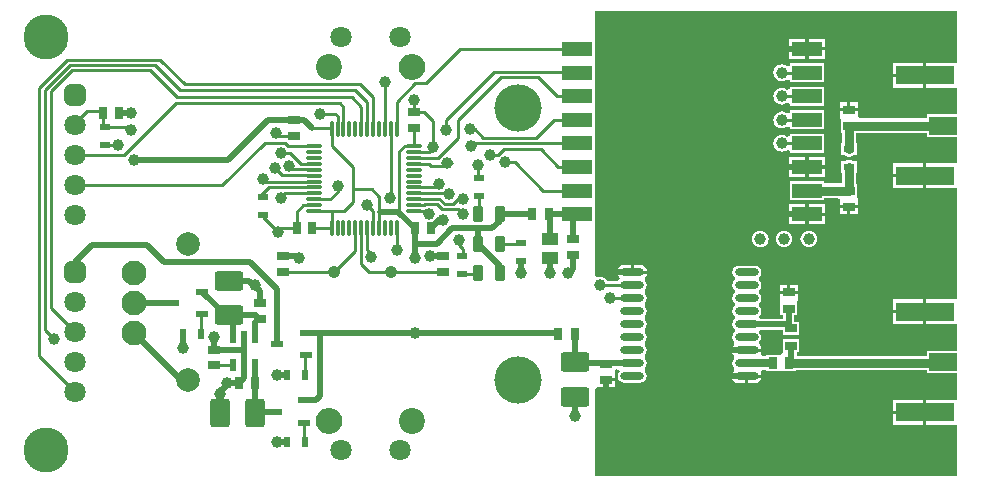
<source format=gtl>
G04*
G04 #@! TF.GenerationSoftware,Altium Limited,Altium Designer,18.1.1 (9)*
G04*
G04 Layer_Physical_Order=1*
G04 Layer_Color=255*
%FSLAX42Y42*%
%MOMM*%
G71*
G01*
G75*
%ADD37C,4.00*%
G04:AMPARAMS|DCode=38|XSize=1.66mm|YSize=2.42mm|CornerRadius=0.25mm|HoleSize=0mm|Usage=FLASHONLY|Rotation=270.000|XOffset=0mm|YOffset=0mm|HoleType=Round|Shape=RoundedRectangle|*
%AMROUNDEDRECTD38*
21,1,1.66,1.92,0,0,270.0*
21,1,1.16,2.42,0,0,270.0*
1,1,0.50,-0.96,-0.58*
1,1,0.50,-0.96,0.58*
1,1,0.50,0.96,0.58*
1,1,0.50,0.96,-0.58*
%
%ADD38ROUNDEDRECTD38*%
G04:AMPARAMS|DCode=39|XSize=1.66mm|YSize=2.42mm|CornerRadius=0.25mm|HoleSize=0mm|Usage=FLASHONLY|Rotation=0.000|XOffset=0mm|YOffset=0mm|HoleType=Round|Shape=RoundedRectangle|*
%AMROUNDEDRECTD39*
21,1,1.66,1.92,0,0,0.0*
21,1,1.16,2.42,0,0,0.0*
1,1,0.50,0.58,-0.96*
1,1,0.50,-0.58,-0.96*
1,1,0.50,-0.58,0.96*
1,1,0.50,0.58,0.96*
%
%ADD39ROUNDEDRECTD39*%
%ADD40R,1.00X0.80*%
%ADD41R,0.80X1.00*%
%ADD42R,1.02X0.74*%
%ADD43O,1.45X0.30*%
%ADD44O,0.30X1.45*%
%ADD45R,0.95X0.60*%
%ADD46R,0.60X1.00*%
%ADD47R,1.00X0.60*%
%ADD48R,0.60X0.95*%
%ADD49R,0.74X1.02*%
%ADD50R,4.90X1.60*%
%ADD51R,2.35X1.50*%
%ADD52R,1.45X1.00*%
G04:AMPARAMS|DCode=53|XSize=0.86mm|YSize=1.35mm|CornerRadius=0.22mm|HoleSize=0mm|Usage=FLASHONLY|Rotation=0.000|XOffset=0mm|YOffset=0mm|HoleType=Round|Shape=RoundedRectangle|*
%AMROUNDEDRECTD53*
21,1,0.86,0.91,0,0,0.0*
21,1,0.42,1.35,0,0,0.0*
1,1,0.44,0.21,-0.46*
1,1,0.44,-0.21,-0.46*
1,1,0.44,-0.21,0.46*
1,1,0.44,0.21,0.46*
%
%ADD53ROUNDEDRECTD53*%
%ADD54R,2.50X1.20*%
%ADD55O,2.00X0.70*%
%ADD56C,0.25*%
%ADD57C,0.50*%
%ADD58C,0.70*%
%ADD59C,0.80*%
%ADD60C,1.06*%
%ADD61C,1.80*%
G04:AMPARAMS|DCode=62|XSize=1.8mm|YSize=1.8mm|CornerRadius=0.45mm|HoleSize=0mm|Usage=FLASHONLY|Rotation=270.000|XOffset=0mm|YOffset=0mm|HoleType=Round|Shape=RoundedRectangle|*
%AMROUNDEDRECTD62*
21,1,1.80,0.90,0,0,270.0*
21,1,0.90,1.80,0,0,270.0*
1,1,0.90,-0.45,-0.45*
1,1,0.90,-0.45,0.45*
1,1,0.90,0.45,0.45*
1,1,0.90,0.45,-0.45*
%
%ADD62ROUNDEDRECTD62*%
%ADD63O,2.25X2.20*%
%ADD64C,2.20*%
%ADD65C,2.00*%
%ADD66C,2.10*%
%ADD67C,1.00*%
%ADD68C,3.80*%
G36*
X7969Y3553D02*
X7963Y3530D01*
X7944Y3530D01*
X7705D01*
Y3425D01*
Y3320D01*
X7944D01*
X7963Y3320D01*
X7969Y3297D01*
Y3095D01*
X7712D01*
Y3061D01*
X7147D01*
X7125Y3070D01*
X7125Y3086D01*
Y3122D01*
X7050D01*
X6975D01*
Y3083D01*
X6975Y3070D01*
X6980Y3047D01*
Y2940D01*
X6989D01*
Y2850D01*
X6982D01*
Y2750D01*
X7017D01*
X7027Y2743D01*
X7050Y2739D01*
X7073Y2743D01*
X7083Y2750D01*
X7118D01*
Y2850D01*
X7111D01*
Y2939D01*
X7712D01*
Y2905D01*
X7969D01*
Y2703D01*
X7963Y2680D01*
X7944Y2680D01*
X7705D01*
Y2575D01*
Y2470D01*
X7944D01*
X7963Y2470D01*
X7969Y2447D01*
Y1553D01*
X7963Y1530D01*
X7944Y1530D01*
X7705D01*
Y1425D01*
Y1320D01*
X7944D01*
X7963Y1320D01*
X7969Y1297D01*
Y1095D01*
X7712D01*
Y1051D01*
X6606D01*
Y1080D01*
X6631D01*
Y1194D01*
X6489D01*
Y1083D01*
X6476Y1060D01*
X6460Y1060D01*
X6350D01*
Y1046D01*
X6317D01*
X6303Y1071D01*
X6307Y1076D01*
X6309Y1087D01*
X6185D01*
X6061D01*
X6063Y1076D01*
X6076Y1056D01*
X6079Y1037D01*
X6078Y1026D01*
X6068Y1011D01*
X6064Y990D01*
X6068Y969D01*
X6078Y954D01*
X6079Y943D01*
X6076Y924D01*
X6063Y904D01*
X6061Y893D01*
X6185D01*
X6309D01*
X6307Y904D01*
X6303Y909D01*
X6317Y934D01*
X6350D01*
Y920D01*
X6460D01*
X6485Y920D01*
X6495Y920D01*
X6605D01*
Y929D01*
X7712D01*
Y905D01*
X7969D01*
Y703D01*
X7963Y680D01*
X7944Y680D01*
X7705D01*
Y575D01*
Y470D01*
X7944D01*
X7963Y470D01*
X7969Y447D01*
Y31D01*
X4900D01*
Y766D01*
X4915Y785D01*
X4925Y785D01*
X4977D01*
Y850D01*
X4990D01*
Y863D01*
X5065D01*
Y902D01*
X5065Y915D01*
X5065Y919D01*
X5078Y937D01*
X5105Y934D01*
X5109Y923D01*
X5110Y919D01*
X5098Y901D01*
X5094Y880D01*
X5098Y859D01*
X5110Y840D01*
X5129Y828D01*
X5150Y824D01*
X5280D01*
X5301Y828D01*
X5320Y840D01*
X5332Y859D01*
X5336Y880D01*
X5332Y901D01*
X5320Y920D01*
X5319Y920D01*
Y950D01*
X5320Y950D01*
X5332Y969D01*
X5336Y990D01*
X5332Y1011D01*
X5320Y1030D01*
X5319Y1030D01*
Y1060D01*
X5320Y1060D01*
X5332Y1079D01*
X5336Y1100D01*
X5332Y1121D01*
X5320Y1140D01*
X5319Y1140D01*
Y1170D01*
X5320Y1170D01*
X5332Y1189D01*
X5336Y1210D01*
X5332Y1231D01*
X5320Y1250D01*
X5319Y1250D01*
Y1280D01*
X5320Y1280D01*
X5332Y1299D01*
X5336Y1320D01*
X5332Y1341D01*
X5320Y1360D01*
X5319Y1360D01*
Y1390D01*
X5320Y1390D01*
X5332Y1409D01*
X5336Y1430D01*
X5332Y1451D01*
X5320Y1470D01*
X5319Y1470D01*
Y1500D01*
X5320Y1500D01*
X5332Y1519D01*
X5336Y1540D01*
X5332Y1561D01*
X5320Y1580D01*
X5319Y1580D01*
Y1610D01*
X5320Y1610D01*
X5332Y1629D01*
X5336Y1650D01*
X5332Y1671D01*
X5322Y1686D01*
X5321Y1697D01*
X5324Y1716D01*
X5337Y1736D01*
X5339Y1747D01*
X5215D01*
X5091D01*
X5093Y1736D01*
X5106Y1716D01*
X5108Y1707D01*
X5091Y1683D01*
X5002D01*
X5001Y1685D01*
X4990Y1700D01*
X4975Y1711D01*
X4958Y1718D01*
X4940Y1721D01*
X4925Y1719D01*
X4919Y1720D01*
X4900Y1736D01*
Y3969D01*
X7969D01*
Y3553D01*
D02*
G37*
%LPC*%
G36*
X6845Y3735D02*
X6708D01*
Y3663D01*
X6845D01*
Y3735D01*
D02*
G37*
G36*
X6682D02*
X6545D01*
Y3663D01*
X6682D01*
Y3735D01*
D02*
G37*
G36*
X6845Y3637D02*
X6708D01*
Y3565D01*
X6845D01*
Y3637D01*
D02*
G37*
G36*
X6682D02*
X6545D01*
Y3565D01*
X6682D01*
Y3637D01*
D02*
G37*
G36*
X6840Y3530D02*
X6550D01*
Y3515D01*
X6542Y3509D01*
X6525Y3504D01*
X6515Y3511D01*
X6498Y3518D01*
X6480Y3521D01*
X6462Y3518D01*
X6445Y3511D01*
X6430Y3500D01*
X6419Y3485D01*
X6412Y3468D01*
X6409Y3450D01*
X6412Y3432D01*
X6419Y3415D01*
X6430Y3400D01*
X6445Y3389D01*
X6462Y3382D01*
X6480Y3379D01*
X6498Y3382D01*
X6515Y3389D01*
X6525Y3396D01*
X6542Y3391D01*
X6550Y3385D01*
Y3370D01*
X6840D01*
Y3530D01*
D02*
G37*
G36*
X7680Y3530D02*
X7422D01*
Y3438D01*
X7680D01*
Y3530D01*
D02*
G37*
G36*
Y3412D02*
X7422D01*
Y3320D01*
X7680D01*
Y3412D01*
D02*
G37*
G36*
X6840Y3330D02*
X6550D01*
Y3315D01*
X6542Y3309D01*
X6525Y3304D01*
X6515Y3311D01*
X6498Y3318D01*
X6480Y3321D01*
X6462Y3318D01*
X6445Y3311D01*
X6430Y3300D01*
X6419Y3285D01*
X6412Y3268D01*
X6409Y3250D01*
X6412Y3232D01*
X6419Y3215D01*
X6430Y3200D01*
X6445Y3189D01*
X6462Y3182D01*
X6480Y3179D01*
X6498Y3182D01*
X6515Y3189D01*
X6525Y3196D01*
X6542Y3191D01*
X6550Y3185D01*
Y3170D01*
X6840D01*
Y3330D01*
D02*
G37*
G36*
X7125Y3200D02*
X7063D01*
Y3148D01*
X7125D01*
Y3200D01*
D02*
G37*
G36*
X7037D02*
X6975D01*
Y3148D01*
X7037D01*
Y3200D01*
D02*
G37*
G36*
X6840Y3130D02*
X6550D01*
Y3115D01*
X6542Y3109D01*
X6525Y3104D01*
X6515Y3111D01*
X6498Y3118D01*
X6480Y3121D01*
X6462Y3118D01*
X6445Y3111D01*
X6430Y3100D01*
X6419Y3085D01*
X6412Y3068D01*
X6409Y3050D01*
X6412Y3032D01*
X6419Y3015D01*
X6430Y3000D01*
X6445Y2989D01*
X6462Y2982D01*
X6480Y2979D01*
X6498Y2982D01*
X6515Y2989D01*
X6525Y2996D01*
X6542Y2991D01*
X6550Y2985D01*
Y2970D01*
X6840D01*
Y3130D01*
D02*
G37*
G36*
Y2930D02*
X6550D01*
Y2915D01*
X6542Y2909D01*
X6525Y2904D01*
X6515Y2911D01*
X6498Y2918D01*
X6480Y2921D01*
X6462Y2918D01*
X6445Y2911D01*
X6430Y2900D01*
X6419Y2885D01*
X6412Y2868D01*
X6409Y2850D01*
X6412Y2832D01*
X6419Y2815D01*
X6430Y2800D01*
X6445Y2789D01*
X6462Y2782D01*
X6480Y2779D01*
X6498Y2782D01*
X6515Y2789D01*
X6525Y2796D01*
X6542Y2791D01*
X6550Y2785D01*
Y2770D01*
X6840D01*
Y2930D01*
D02*
G37*
G36*
X6845Y2735D02*
X6708D01*
Y2663D01*
X6845D01*
Y2735D01*
D02*
G37*
G36*
X6682D02*
X6545D01*
Y2663D01*
X6682D01*
Y2735D01*
D02*
G37*
G36*
X7680Y2680D02*
X7422D01*
Y2588D01*
X7680D01*
Y2680D01*
D02*
G37*
G36*
X6845Y2637D02*
X6708D01*
Y2565D01*
X6845D01*
Y2637D01*
D02*
G37*
G36*
X6682D02*
X6545D01*
Y2565D01*
X6682D01*
Y2637D01*
D02*
G37*
G36*
X7050Y2711D02*
X7027Y2707D01*
X7017Y2700D01*
X6982D01*
Y2600D01*
X6989D01*
Y2511D01*
X6840D01*
Y2530D01*
X6550D01*
Y2370D01*
X6840D01*
Y2389D01*
X6953D01*
X6975Y2380D01*
X6975Y2364D01*
Y2328D01*
X7125D01*
Y2367D01*
X7125Y2380D01*
X7120Y2403D01*
Y2510D01*
X7111D01*
Y2600D01*
X7118D01*
Y2700D01*
X7083D01*
X7073Y2707D01*
X7050Y2711D01*
D02*
G37*
G36*
X7680Y2562D02*
X7422D01*
Y2470D01*
X7680D01*
Y2562D01*
D02*
G37*
G36*
X6845Y2335D02*
X6708D01*
Y2263D01*
X6845D01*
Y2335D01*
D02*
G37*
G36*
X6682D02*
X6545D01*
Y2263D01*
X6682D01*
Y2335D01*
D02*
G37*
G36*
X7125Y2302D02*
X7063D01*
Y2250D01*
X7125D01*
Y2302D01*
D02*
G37*
G36*
X7037D02*
X6975D01*
Y2250D01*
X7037D01*
Y2302D01*
D02*
G37*
G36*
X6845Y2237D02*
X6708D01*
Y2165D01*
X6845D01*
Y2237D01*
D02*
G37*
G36*
X6682D02*
X6545D01*
Y2165D01*
X6682D01*
Y2237D01*
D02*
G37*
G36*
X6710Y2111D02*
X6692Y2108D01*
X6675Y2101D01*
X6660Y2090D01*
X6649Y2075D01*
X6642Y2058D01*
X6639Y2040D01*
X6642Y2022D01*
X6649Y2005D01*
X6660Y1990D01*
X6675Y1979D01*
X6692Y1972D01*
X6710Y1969D01*
X6728Y1972D01*
X6745Y1979D01*
X6760Y1990D01*
X6771Y2005D01*
X6778Y2022D01*
X6781Y2040D01*
X6778Y2058D01*
X6771Y2075D01*
X6760Y2090D01*
X6745Y2101D01*
X6728Y2108D01*
X6710Y2111D01*
D02*
G37*
G36*
X6500D02*
X6482Y2108D01*
X6465Y2101D01*
X6450Y2090D01*
X6439Y2075D01*
X6432Y2058D01*
X6429Y2040D01*
X6432Y2022D01*
X6439Y2005D01*
X6450Y1990D01*
X6465Y1979D01*
X6482Y1972D01*
X6500Y1969D01*
X6518Y1972D01*
X6535Y1979D01*
X6550Y1990D01*
X6561Y2005D01*
X6568Y2022D01*
X6571Y2040D01*
X6568Y2058D01*
X6561Y2075D01*
X6550Y2090D01*
X6535Y2101D01*
X6518Y2108D01*
X6500Y2111D01*
D02*
G37*
G36*
X6300D02*
X6282Y2108D01*
X6265Y2101D01*
X6250Y2090D01*
X6239Y2075D01*
X6232Y2058D01*
X6229Y2040D01*
X6232Y2022D01*
X6239Y2005D01*
X6250Y1990D01*
X6265Y1979D01*
X6282Y1972D01*
X6300Y1969D01*
X6318Y1972D01*
X6335Y1979D01*
X6350Y1990D01*
X6361Y2005D01*
X6368Y2022D01*
X6371Y2040D01*
X6368Y2058D01*
X6361Y2075D01*
X6350Y2090D01*
X6335Y2101D01*
X6318Y2108D01*
X6300Y2111D01*
D02*
G37*
G36*
X5280Y1822D02*
X5228D01*
Y1773D01*
X5339D01*
X5337Y1784D01*
X5324Y1804D01*
X5304Y1817D01*
X5280Y1822D01*
D02*
G37*
G36*
X5202D02*
X5150D01*
X5126Y1817D01*
X5106Y1804D01*
X5093Y1784D01*
X5091Y1773D01*
X5202D01*
Y1822D01*
D02*
G37*
G36*
X6615Y1653D02*
X6553D01*
Y1600D01*
X6615D01*
Y1653D01*
D02*
G37*
G36*
X6527D02*
X6465D01*
Y1600D01*
X6527D01*
Y1653D01*
D02*
G37*
G36*
X7680Y1530D02*
X7422D01*
Y1438D01*
X7680D01*
Y1530D01*
D02*
G37*
G36*
Y1412D02*
X7422D01*
Y1320D01*
X7680D01*
Y1412D01*
D02*
G37*
G36*
X6250Y1816D02*
X6120D01*
X6099Y1812D01*
X6080Y1800D01*
X6068Y1781D01*
X6064Y1760D01*
X6068Y1739D01*
X6080Y1720D01*
X6081Y1720D01*
Y1690D01*
X6080Y1690D01*
X6068Y1671D01*
X6064Y1650D01*
X6068Y1629D01*
X6080Y1610D01*
X6081Y1610D01*
Y1580D01*
X6080Y1580D01*
X6068Y1561D01*
X6064Y1540D01*
X6068Y1519D01*
X6080Y1500D01*
X6081Y1500D01*
Y1470D01*
X6080Y1470D01*
X6068Y1451D01*
X6064Y1430D01*
X6068Y1409D01*
X6080Y1390D01*
X6081Y1390D01*
Y1360D01*
X6080Y1360D01*
X6068Y1341D01*
X6064Y1320D01*
X6068Y1299D01*
X6080Y1280D01*
X6081Y1280D01*
Y1250D01*
X6080Y1250D01*
X6068Y1231D01*
X6064Y1210D01*
X6068Y1189D01*
X6078Y1174D01*
X6079Y1163D01*
X6076Y1144D01*
X6063Y1124D01*
X6061Y1113D01*
X6185D01*
X6309D01*
X6307Y1124D01*
X6294Y1144D01*
X6291Y1163D01*
X6292Y1174D01*
X6302Y1189D01*
X6306Y1210D01*
X6302Y1231D01*
X6290Y1249D01*
X6291Y1253D01*
X6298Y1274D01*
X6489D01*
Y1227D01*
X6631D01*
Y1340D01*
X6586D01*
Y1393D01*
X6610D01*
Y1499D01*
X6615Y1522D01*
X6615Y1535D01*
Y1575D01*
X6465D01*
Y1535D01*
X6465Y1522D01*
X6470Y1499D01*
Y1393D01*
X6494D01*
Y1366D01*
X6298D01*
X6291Y1387D01*
X6290Y1391D01*
X6302Y1409D01*
X6306Y1430D01*
X6302Y1451D01*
X6290Y1470D01*
X6289Y1470D01*
Y1500D01*
X6290Y1500D01*
X6302Y1519D01*
X6306Y1540D01*
X6302Y1561D01*
X6290Y1580D01*
X6289Y1580D01*
Y1610D01*
X6290Y1610D01*
X6302Y1629D01*
X6306Y1650D01*
X6302Y1671D01*
X6290Y1690D01*
X6289Y1690D01*
Y1720D01*
X6290Y1720D01*
X6302Y1739D01*
X6306Y1760D01*
X6302Y1781D01*
X6290Y1800D01*
X6271Y1812D01*
X6250Y1816D01*
D02*
G37*
G36*
X6309Y867D02*
X6198D01*
Y818D01*
X6250D01*
X6274Y823D01*
X6294Y836D01*
X6307Y856D01*
X6309Y867D01*
D02*
G37*
G36*
X6172D02*
X6061D01*
X6063Y856D01*
X6076Y836D01*
X6096Y823D01*
X6120Y818D01*
X6172D01*
Y867D01*
D02*
G37*
G36*
X5065Y837D02*
X5003D01*
Y785D01*
X5065D01*
Y837D01*
D02*
G37*
G36*
X7680Y680D02*
X7422D01*
Y588D01*
X7680D01*
Y680D01*
D02*
G37*
G36*
Y562D02*
X7422D01*
Y470D01*
X7680D01*
Y562D01*
D02*
G37*
%LPD*%
D37*
X4250Y850D02*
D03*
Y3150D02*
D03*
D38*
X1800Y1393D02*
D03*
Y1688D02*
D03*
X4730Y998D02*
D03*
Y703D02*
D03*
D39*
X2017Y570D02*
D03*
X1723D02*
D03*
D40*
X3370Y2983D02*
D03*
Y3117D02*
D03*
X6540Y1588D02*
D03*
Y1452D02*
D03*
X2350Y3048D02*
D03*
Y2912D02*
D03*
X2260Y1895D02*
D03*
Y1760D02*
D03*
X2060Y1362D02*
D03*
Y1498D02*
D03*
X1670Y970D02*
D03*
Y1105D02*
D03*
X7050Y3135D02*
D03*
Y3000D02*
D03*
Y2450D02*
D03*
Y2315D02*
D03*
X4710Y2038D02*
D03*
Y1902D02*
D03*
X3610Y1895D02*
D03*
Y1760D02*
D03*
X4990Y985D02*
D03*
Y850D02*
D03*
D41*
X2508Y2130D02*
D03*
X2373D02*
D03*
X6410Y990D02*
D03*
X6545D02*
D03*
X868Y3110D02*
D03*
X732D02*
D03*
X2017Y820D02*
D03*
X1883D02*
D03*
X3372Y2130D02*
D03*
X3508D02*
D03*
D42*
X6560Y1136D02*
D03*
Y1284D02*
D03*
D43*
X2523Y2277D02*
D03*
Y2327D02*
D03*
Y2377D02*
D03*
Y2427D02*
D03*
Y2477D02*
D03*
Y2527D02*
D03*
Y2577D02*
D03*
Y2627D02*
D03*
Y2677D02*
D03*
Y2727D02*
D03*
Y2777D02*
D03*
Y2827D02*
D03*
X3367D02*
D03*
Y2777D02*
D03*
Y2727D02*
D03*
Y2677D02*
D03*
Y2627D02*
D03*
Y2577D02*
D03*
Y2527D02*
D03*
Y2477D02*
D03*
Y2427D02*
D03*
Y2377D02*
D03*
Y2327D02*
D03*
Y2277D02*
D03*
D44*
X2670Y2975D02*
D03*
X2720D02*
D03*
X2770D02*
D03*
X2820D02*
D03*
X2870D02*
D03*
X2920D02*
D03*
X2970D02*
D03*
X3020D02*
D03*
X3070D02*
D03*
X3120D02*
D03*
X3170D02*
D03*
X3220D02*
D03*
Y2130D02*
D03*
X3170D02*
D03*
X3120D02*
D03*
X3070D02*
D03*
X3020D02*
D03*
X2970D02*
D03*
X2920D02*
D03*
X2870D02*
D03*
X2820D02*
D03*
X2770D02*
D03*
X2720D02*
D03*
X2670D02*
D03*
D45*
X750Y2835D02*
D03*
Y2985D02*
D03*
X4270Y1855D02*
D03*
Y2005D02*
D03*
X2090Y2245D02*
D03*
Y2395D02*
D03*
X7050Y2800D02*
D03*
Y2650D02*
D03*
X3770Y1745D02*
D03*
Y1895D02*
D03*
X3920Y2405D02*
D03*
Y2555D02*
D03*
D46*
X2025Y1210D02*
D03*
X1930D02*
D03*
X1835D02*
D03*
Y970D02*
D03*
X2025D02*
D03*
D47*
X1330Y1500D02*
D03*
X1570Y1595D02*
D03*
Y1405D02*
D03*
X2450Y1055D02*
D03*
Y1245D02*
D03*
X2210Y1150D02*
D03*
X2440Y485D02*
D03*
Y675D02*
D03*
X2200Y580D02*
D03*
D48*
X1410Y1240D02*
D03*
X1560D02*
D03*
X2295Y890D02*
D03*
X2445D02*
D03*
X2295Y320D02*
D03*
X2445D02*
D03*
D49*
X4733Y1240D02*
D03*
X4587D02*
D03*
X4367Y2250D02*
D03*
X4513D02*
D03*
D50*
X7693Y1425D02*
D03*
Y575D02*
D03*
Y2575D02*
D03*
Y3425D02*
D03*
D51*
X7850Y1000D02*
D03*
Y3000D02*
D03*
D52*
X4520Y2040D02*
D03*
Y1880D02*
D03*
D53*
X4094Y2250D02*
D03*
X3906D02*
D03*
Y2000D02*
D03*
X4094D02*
D03*
X3906Y1750D02*
D03*
X4094D02*
D03*
D54*
X6695Y2250D02*
D03*
Y2450D02*
D03*
Y2650D02*
D03*
Y2850D02*
D03*
Y3050D02*
D03*
Y3250D02*
D03*
Y3450D02*
D03*
Y3650D02*
D03*
X4745Y2250D02*
D03*
Y2450D02*
D03*
Y2650D02*
D03*
Y2850D02*
D03*
Y3050D02*
D03*
Y3250D02*
D03*
Y3450D02*
D03*
Y3650D02*
D03*
D55*
X5215Y1760D02*
D03*
Y1650D02*
D03*
Y1540D02*
D03*
Y1430D02*
D03*
Y1320D02*
D03*
Y1210D02*
D03*
Y1100D02*
D03*
Y990D02*
D03*
Y880D02*
D03*
X6185Y1760D02*
D03*
Y1650D02*
D03*
Y1540D02*
D03*
Y1430D02*
D03*
Y1320D02*
D03*
Y1210D02*
D03*
Y1100D02*
D03*
Y990D02*
D03*
Y880D02*
D03*
D56*
X2342Y2630D02*
X2523D01*
X1430Y3350D02*
X2910D01*
X1220Y3560D02*
X1430Y3350D01*
X433Y3560D02*
X1220D01*
X1390Y3300D02*
X2870D01*
X1175Y3515D02*
X1390Y3300D01*
X451Y3515D02*
X1175D01*
X1360Y3240D02*
X2840D01*
X1130Y3470D02*
X1360Y3240D01*
X470Y3470D02*
X1130D01*
X195Y1047D02*
Y3322D01*
X433Y3560D01*
X240Y3304D02*
X451Y3515D01*
X240Y1270D02*
Y3304D01*
X290Y3290D02*
X470Y3470D01*
X290Y1460D02*
Y3290D01*
X2090Y2230D02*
X2220Y2100D01*
X2090Y2230D02*
Y2245D01*
X3903Y2573D02*
X3910Y2580D01*
X2720Y2440D02*
Y2490D01*
X2658Y2377D02*
X2720Y2440D01*
X2523Y2377D02*
X2658D01*
X3020Y2130D02*
Y2280D01*
X2970Y2330D02*
X3020Y2280D01*
X3070Y2130D02*
Y2400D01*
X3010Y2460D02*
X3070Y2400D01*
X2851Y2460D02*
X3010D01*
X3160Y2390D02*
X3170Y2400D01*
Y2975D01*
X3242Y2783D02*
X3288Y2827D01*
X3242Y2262D02*
Y2783D01*
X460Y2990D02*
X597Y3127D01*
X970Y2960D02*
Y2993D01*
X915Y2750D02*
X1355Y3190D01*
X500Y2750D02*
X915D01*
X935Y2985D02*
X950Y2970D01*
X750Y2985D02*
X935D01*
X732Y3002D02*
X750Y2985D01*
X732Y3002D02*
Y3110D01*
X2102Y2852D02*
X2274D01*
X1746Y2496D02*
X2102Y2852D01*
X500Y2496D02*
X1746D01*
X2274Y2852D02*
X2299Y2827D01*
X2523D01*
X2200Y2915D02*
Y2940D01*
X1355Y3190D02*
X2740Y3190D01*
X750Y2835D02*
X865D01*
X2670Y2277D02*
X2777D01*
X2851Y2351D01*
Y2649D01*
X3370Y3117D02*
X3453D01*
X3530Y3040D01*
Y2820D02*
Y3040D01*
X2373Y2130D02*
Y2273D01*
X2427Y2327D01*
X2523D01*
X2508Y2983D02*
X2670D01*
Y2830D02*
Y2975D01*
Y2830D02*
X2851Y2649D01*
X2570Y3100D02*
X2700D01*
X2740Y3190D02*
X2770Y3160D01*
X2700Y3100D02*
X2720Y3080D01*
Y2975D02*
Y3080D01*
X2770Y2975D02*
Y3160D01*
X2840Y3240D02*
X2917Y3162D01*
X2870Y3300D02*
X2970Y3200D01*
X2910Y3350D02*
X3020Y3240D01*
X2917Y2977D02*
Y3162D01*
X2970Y2975D02*
Y3200D01*
X3020Y2975D02*
Y3240D01*
X3497Y2777D02*
X3520Y2800D01*
X3367Y2777D02*
X3497D01*
X2917Y1833D02*
X2990Y1760D01*
X2917Y1833D02*
Y1924D01*
X2920Y1927D02*
Y2130D01*
X2917Y1924D02*
X2920Y1927D01*
X2970Y1950D02*
X3010Y1910D01*
X3174Y1760D02*
X3610D01*
X2990D02*
X3174D01*
X2970Y1950D02*
Y2130D01*
X240Y1270D02*
X320Y1190D01*
X195Y1047D02*
X500Y742D01*
X290Y1460D02*
X500Y1250D01*
X2240Y2770D02*
X2320D01*
X2320Y2770D01*
X2200Y2915D02*
X2202Y2912D01*
X2190Y2640D02*
X2250Y2580D01*
X2310Y2662D02*
X2342Y2630D01*
X2250Y2580D02*
X2520D01*
X2112Y2527D02*
X2523D01*
X2142Y2477D02*
X2523D01*
X2320Y2770D02*
X2412Y2677D01*
X2202Y2912D02*
X2350D01*
X2917Y2977D02*
X2920Y2975D01*
X2867Y2977D02*
X2870Y2975D01*
X3120D02*
Y3370D01*
X2240Y2390D02*
X2277Y2427D01*
X3607Y2292D02*
X3738D01*
X3780Y2250D01*
X3737Y2380D02*
X3780D01*
X3750Y1990D02*
Y2030D01*
X3660Y2420D02*
Y2425D01*
X3565Y2335D02*
X3607Y2292D01*
X3458Y2335D02*
X3565D01*
X3470Y2275D02*
X3495Y2250D01*
X3694Y2337D02*
X3737Y2380D01*
X3626Y2337D02*
X3694D01*
X3583Y2380D02*
X3626Y2337D01*
X3370Y2380D02*
X3583D01*
X3658Y2427D02*
X3660Y2425D01*
X2090Y2550D02*
X2112Y2527D01*
X2075Y2410D02*
X2142Y2477D01*
X2277Y2427D02*
X2523D01*
X2412Y2677D02*
X2523D01*
Y2627D02*
Y2630D01*
X2520Y2580D02*
X2523Y2577D01*
X4140Y2690D02*
X4220D01*
X4460Y2450D01*
X4130Y2800D02*
X4440D01*
X4080Y2750D02*
X4130Y2800D01*
X4010Y2750D02*
X4080D01*
X3870Y2850D02*
X4745D01*
X3950Y2900D02*
X4400D01*
X3850Y2830D02*
X3870Y2850D01*
X3845Y2970D02*
X3880D01*
X3950Y2900D01*
X3740Y2900D02*
Y3050D01*
X4100Y3410D01*
X3567Y2727D02*
X3740Y2900D01*
X3367Y2727D02*
X3567D01*
X3670Y2700D02*
X3690Y2680D01*
X3630Y2660D02*
X3650Y2680D01*
X3510Y2660D02*
X3630D01*
X3492Y2677D02*
X3510Y2660D01*
X3670Y2700D02*
Y2700D01*
X3650Y2680D02*
X3670Y2700D01*
X3650Y2680D02*
X3690D01*
X3640Y3050D02*
X4045Y3455D01*
X3640Y2960D02*
Y3050D01*
X4440Y2800D02*
X4590Y2650D01*
X4460Y2450D02*
X4745D01*
X3910Y2580D02*
Y2670D01*
X4590Y2650D02*
X4745D01*
X4400Y2900D02*
X4550Y3050D01*
X4745D01*
X4100Y3410D02*
X4420D01*
X4045Y3455D02*
X4740D01*
X3367Y2677D02*
X3492D01*
X4740Y3455D02*
X4745Y3450D01*
X4580Y3250D02*
X4745D01*
X4420Y3410D02*
X4580Y3250D01*
X3760Y3650D02*
X4745D01*
X3467Y3358D02*
X3760Y3650D01*
X3378Y3358D02*
X3467D01*
X3220Y3200D02*
X3378Y3358D01*
X3220Y2975D02*
Y3200D01*
X3547Y2477D02*
X3580Y2510D01*
X3367Y2477D02*
X3547D01*
X3367Y2427D02*
X3658D01*
X3470Y2275D02*
Y2277D01*
X3367D02*
X3470D01*
X3451Y2327D02*
X3458Y2335D01*
X3367Y2327D02*
X3451D01*
X3367Y2377D02*
X3370Y2380D01*
X3903Y2573D02*
X3920Y2555D01*
X3370Y3117D02*
Y3220D01*
X2230Y2130D02*
X2373D01*
X2508D02*
X2670D01*
X3367Y2980D02*
X3370Y2983D01*
X3367Y2827D02*
Y2980D01*
X2670Y2130D02*
Y2277D01*
X2523D02*
X2670D01*
X3288Y2827D02*
X3367D01*
X3220Y2130D02*
X3220Y2130D01*
X3220Y1950D02*
Y2130D01*
X2870Y1940D02*
Y2130D01*
X6545Y990D02*
X6560Y1005D01*
X6410Y990D02*
X6410Y990D01*
X6533Y1320D02*
X6540Y1314D01*
X597Y3127D02*
X716D01*
X3750Y1990D02*
X3780Y1960D01*
X1800Y1393D02*
X1835D01*
X4265Y2000D02*
X4270Y2005D01*
X4094Y2000D02*
X4265D01*
X3901Y1745D02*
X3906Y1750D01*
X3770Y1745D02*
X3901D01*
X3780Y1910D02*
Y1960D01*
X4730Y1000D02*
X4733Y1003D01*
X4730Y1000D02*
X4740Y990D01*
X4940Y1650D02*
X5215D01*
X5030Y1540D02*
X5215D01*
X7050Y2450D02*
X7050Y2450D01*
X6480Y2850D02*
X6695D01*
X6480Y3050D02*
X6695D01*
X6480Y3250D02*
X6695D01*
X6480Y3450D02*
X6695D01*
X4513Y2230D02*
X4533Y2250D01*
X4513Y2230D02*
X4520Y2224D01*
X4710Y2215D02*
X4745Y2250D01*
X3906D02*
X3920Y2264D01*
Y2405D01*
X3906Y1750D02*
X3920Y1764D01*
X2690Y1760D02*
X2870Y1940D01*
X2260Y1760D02*
X2690D01*
X2440Y325D02*
Y485D01*
Y325D02*
X2445Y320D01*
Y1050D02*
X2450Y1055D01*
X2445Y890D02*
Y1050D01*
X1670Y970D02*
X1835D01*
X1773Y1393D02*
X1800D01*
X1560Y1395D02*
X1570Y1405D01*
X1560Y1240D02*
Y1395D01*
X1320Y1500D02*
X1330Y1490D01*
D57*
X3233Y2270D02*
X3372Y2130D01*
X3080Y2270D02*
X3233D01*
X868Y3110D02*
X970D01*
X2130Y3050D02*
X2440D01*
X1790Y2710D02*
X2130Y3050D01*
X1000Y2710D02*
X1790D01*
X1000D02*
Y2720D01*
X2440Y3050D02*
X2508Y2983D01*
X500Y1758D02*
X500Y1850D01*
X640Y1990D02*
X1110D01*
X500Y1850D02*
X640Y1990D01*
X1110D02*
X1250Y1850D01*
X3599Y2200D02*
X3615D01*
X3690Y2130D02*
X4030D01*
X3561Y2001D02*
X3690Y2130D01*
X3380Y2001D02*
X3561D01*
X3505Y1895D02*
X3610D01*
X3589Y2210D02*
X3599Y2200D01*
X3509Y2130D02*
X3589Y2210D01*
X3508Y2130D02*
X3509D01*
X6560Y1005D02*
Y1136D01*
X6540Y1314D02*
Y1452D01*
X6185Y1320D02*
X6533D01*
X3906Y2000D02*
Y2110D01*
X1883Y820D02*
X1930Y868D01*
X1835Y1210D02*
Y1393D01*
X2030D01*
X6020Y1100D02*
X6185D01*
X6185Y1100D01*
X6020Y880D02*
X6185D01*
X6480Y3650D02*
X6695D01*
X4990Y740D02*
Y850D01*
X4730Y540D02*
Y705D01*
X2210Y890D02*
X2295D01*
X2210Y320D02*
X2295D01*
X1740Y760D02*
X1800Y820D01*
X1723Y760D02*
X1740D01*
X1723Y570D02*
Y760D01*
X1800Y820D02*
X1883D01*
X1670Y1105D02*
X1905D01*
X1930Y868D02*
Y1210D01*
X6470Y2250D02*
X6695D01*
X6480Y2650D02*
X6695D01*
X5060Y1760D02*
X5215D01*
X4670Y1750D02*
X4710Y1790D01*
Y1902D01*
X4520Y1750D02*
Y1880D01*
X4270Y1750D02*
Y1855D01*
X2260Y1895D02*
X2365D01*
X1410Y1120D02*
Y1240D01*
X1670Y1105D02*
Y1210D01*
X1800Y1688D02*
X1973D01*
X2060Y1600D01*
Y1498D02*
Y1600D01*
X3906Y2000D02*
X4094Y1813D01*
Y1750D02*
Y1813D01*
X3380Y2001D02*
Y2123D01*
Y1880D02*
Y2001D01*
X4094Y2193D02*
Y2250D01*
X4030Y2130D02*
X4094Y2193D01*
X4740Y990D02*
X5215D01*
X2570Y710D02*
Y1245D01*
X2450D02*
X4587D01*
X3372Y2130D02*
X3380Y2123D01*
X4733Y1003D02*
Y1240D01*
X4094Y2250D02*
X4367D01*
X4533D02*
X4745D01*
X4520Y2040D02*
Y2224D01*
X4710Y2038D02*
Y2215D01*
X1250Y1850D02*
X1980D01*
X2210Y1150D02*
Y1620D01*
X1980Y1850D02*
X2210Y1620D01*
X2535Y675D02*
X2570Y710D01*
X2440Y675D02*
X2535D01*
X1396Y850D02*
X1450D01*
X1000Y1246D02*
X1396Y850D01*
X2017Y570D02*
Y962D01*
Y570D02*
X2027Y580D01*
X2200D01*
X2017Y962D02*
X2025Y970D01*
Y1210D02*
Y1340D01*
X1570Y1595D02*
X1773Y1393D01*
X1000Y1500D02*
X1320D01*
D58*
X6185Y990D02*
X6410D01*
D59*
X6560D02*
X7840D01*
X7050Y3000D02*
X7850D01*
X7050Y2800D02*
Y3000D01*
Y2450D02*
Y2650D01*
X6695Y2450D02*
X7050D01*
D60*
X2686Y1760D02*
D03*
X3174D02*
D03*
D61*
X500Y2242D02*
D03*
Y2496D02*
D03*
Y3004D02*
D03*
Y2750D02*
D03*
X3250Y3750D02*
D03*
X2750D02*
D03*
X500Y1250D02*
D03*
Y1504D02*
D03*
Y996D02*
D03*
Y742D02*
D03*
X3250Y250D02*
D03*
X2750D02*
D03*
D62*
X500Y3258D02*
D03*
Y1758D02*
D03*
D63*
X3350Y3500D02*
D03*
X2650Y500D02*
D03*
D64*
X2650Y3500D02*
D03*
X3350Y500D02*
D03*
D65*
X1450Y850D02*
D03*
Y2000D02*
D03*
D66*
X1000Y1246D02*
D03*
Y1754D02*
D03*
Y1500D02*
D03*
D67*
X6710Y2040D02*
D03*
X6500D02*
D03*
X6300D02*
D03*
X3120Y3370D02*
D03*
X7350Y3650D02*
D03*
X7290Y660D02*
D03*
X2720Y2490D02*
D03*
X2970Y2330D02*
D03*
X3160Y2390D02*
D03*
X970Y2960D02*
D03*
Y3110D02*
D03*
X1000Y2710D02*
D03*
X2200Y2940D02*
D03*
X865Y2835D02*
D03*
X2570Y3100D02*
D03*
X3530Y2820D02*
D03*
X3000Y1890D02*
D03*
X320Y1190D02*
D03*
X2240Y2770D02*
D03*
X2190Y2640D02*
D03*
X2310Y2662D02*
D03*
X2240Y2390D02*
D03*
X2220Y2100D02*
D03*
X3780Y2380D02*
D03*
Y2250D02*
D03*
X3615Y2200D02*
D03*
X3750Y2030D02*
D03*
X3660Y2420D02*
D03*
X3495Y2250D02*
D03*
X3505Y1895D02*
D03*
X2090Y2550D02*
D03*
X4140Y2690D02*
D03*
X4010Y2750D02*
D03*
X3850Y2830D02*
D03*
X3845Y2970D02*
D03*
X3650Y2680D02*
D03*
X3640Y2960D02*
D03*
X3910Y2670D02*
D03*
X3580Y2510D02*
D03*
X3370Y3220D02*
D03*
X3220Y1950D02*
D03*
X7150Y3650D02*
D03*
X6950D02*
D03*
X7350Y3850D02*
D03*
X7150D02*
D03*
X6950D02*
D03*
X6750D02*
D03*
X6550D02*
D03*
X6350D02*
D03*
X6150D02*
D03*
X5950D02*
D03*
X5750D02*
D03*
X5550D02*
D03*
X5350D02*
D03*
X5150D02*
D03*
X4950D02*
D03*
X5300Y750D02*
D03*
X5150D02*
D03*
X7500Y3600D02*
D03*
X7350Y3500D02*
D03*
Y3350D02*
D03*
X7800Y3200D02*
D03*
X7650D02*
D03*
X7500D02*
D03*
X7350D02*
D03*
X7200D02*
D03*
X7050Y3300D02*
D03*
X7850Y2400D02*
D03*
X7700D02*
D03*
X7550D02*
D03*
X7400D02*
D03*
X7800Y2800D02*
D03*
X7650D02*
D03*
X7200Y2850D02*
D03*
X7500Y2800D02*
D03*
X7350D02*
D03*
X7250Y2750D02*
D03*
Y2600D02*
D03*
Y2450D02*
D03*
Y2300D02*
D03*
Y2150D02*
D03*
X7100D02*
D03*
X6950D02*
D03*
X6300Y2250D02*
D03*
Y2450D02*
D03*
Y2650D02*
D03*
X6000Y1000D02*
D03*
X5900Y900D02*
D03*
Y1050D02*
D03*
Y1200D02*
D03*
Y1350D02*
D03*
Y1500D02*
D03*
Y1650D02*
D03*
Y1800D02*
D03*
X6480Y2450D02*
D03*
X6900Y3450D02*
D03*
Y3250D02*
D03*
Y3050D02*
D03*
Y2850D02*
D03*
Y2650D02*
D03*
X7290Y520D02*
D03*
X7400Y400D02*
D03*
Y750D02*
D03*
X7550D02*
D03*
Y400D02*
D03*
X7850Y750D02*
D03*
X7700D02*
D03*
X7400Y1250D02*
D03*
X7850D02*
D03*
X7700D02*
D03*
X7550D02*
D03*
X7300Y1350D02*
D03*
Y1500D02*
D03*
X7400Y1600D02*
D03*
X7550D02*
D03*
X7700D02*
D03*
X7850D02*
D03*
X7650Y1100D02*
D03*
X7450D02*
D03*
X7250D02*
D03*
X7050D02*
D03*
X6800D02*
D03*
X7650Y850D02*
D03*
X7450D02*
D03*
X7250D02*
D03*
X7050D02*
D03*
X6800D02*
D03*
X6600D02*
D03*
X6400D02*
D03*
X6390Y1170D02*
D03*
X6380Y1440D02*
D03*
X6020Y1100D02*
D03*
X6020Y880D02*
D03*
X6480Y3650D02*
D03*
X4990Y740D02*
D03*
X4730Y540D02*
D03*
X2210Y320D02*
D03*
X2210Y890D02*
D03*
X1723Y730D02*
D03*
X1780Y820D02*
D03*
X6490Y2250D02*
D03*
X6480Y2650D02*
D03*
X5060Y1760D02*
D03*
X4270Y1750D02*
D03*
X4520D02*
D03*
X4670D02*
D03*
X2390Y1880D02*
D03*
X1410Y1120D02*
D03*
X1670Y1210D02*
D03*
X2020Y1650D02*
D03*
X3375Y1245D02*
D03*
X3380Y1880D02*
D03*
X5030Y1540D02*
D03*
X4940Y1650D02*
D03*
X6480Y2850D02*
D03*
Y3050D02*
D03*
Y3250D02*
D03*
Y3450D02*
D03*
D68*
X250Y250D02*
D03*
Y3750D02*
D03*
X7750Y250D02*
D03*
Y3750D02*
D03*
M02*

</source>
